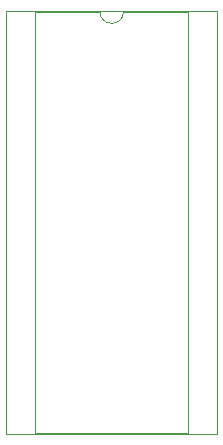
<source format=gbr>
%TF.GenerationSoftware,KiCad,Pcbnew,8.0.3*%
%TF.CreationDate,2024-06-13T03:25:15-07:00*%
%TF.ProjectId,rom adapter,726f6d20-6164-4617-9074-65722e6b6963,rev?*%
%TF.SameCoordinates,Original*%
%TF.FileFunction,Legend,Top*%
%TF.FilePolarity,Positive*%
%FSLAX46Y46*%
G04 Gerber Fmt 4.6, Leading zero omitted, Abs format (unit mm)*
G04 Created by KiCad (PCBNEW 8.0.3) date 2024-06-13 03:25:15*
%MOMM*%
%LPD*%
G01*
G04 APERTURE LIST*
%ADD10C,0.120000*%
G04 APERTURE END LIST*
D10*
%TO.C,U1*%
X125670000Y-72270000D02*
X125670000Y-108070000D01*
X125670000Y-108070000D02*
X143570000Y-108070000D01*
X128160000Y-72330000D02*
X128160000Y-108010000D01*
X128160000Y-108010000D02*
X141080000Y-108010000D01*
X133620000Y-72330000D02*
X128160000Y-72330000D01*
X141080000Y-72330000D02*
X135620000Y-72330000D01*
X141080000Y-108010000D02*
X141080000Y-72330000D01*
X143570000Y-72270000D02*
X125670000Y-72270000D01*
X143570000Y-108070000D02*
X143570000Y-72270000D01*
X135620000Y-72330000D02*
G75*
G02*
X133620000Y-72330000I-1000000J0D01*
G01*
%TD*%
M02*

</source>
